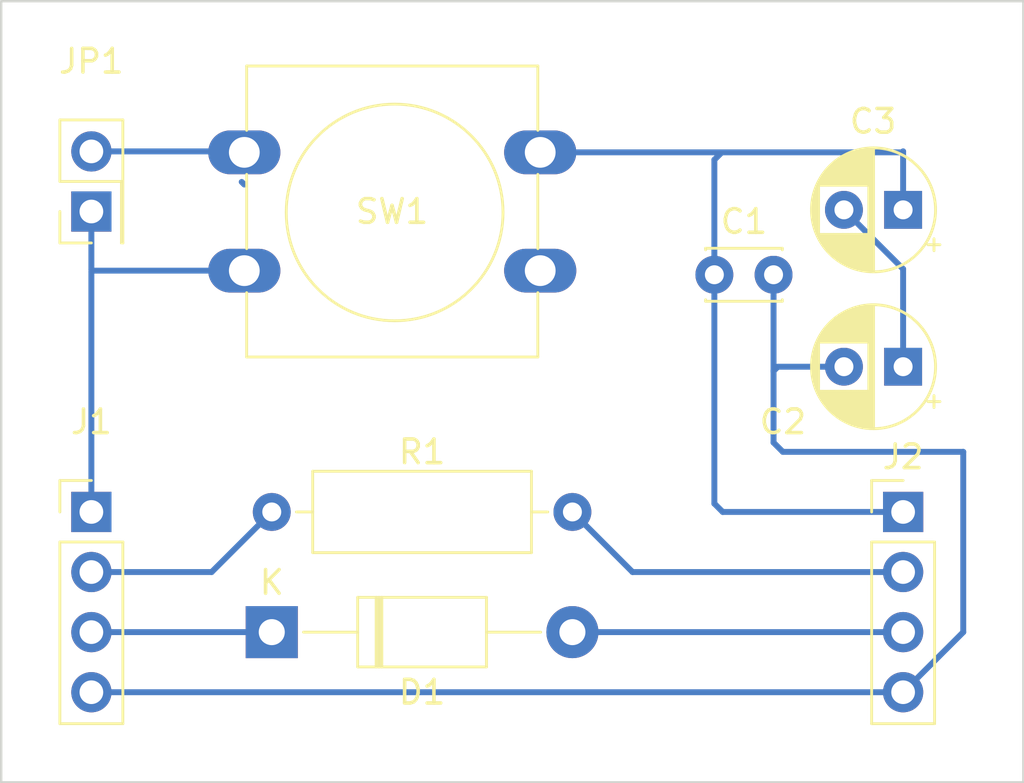
<source format=kicad_pcb>
(kicad_pcb (version 20211014) (generator pcbnew)
  (layers (0 "F.Cu" signal) (31 "B.Cu" signal) (34 "B.Paste" user) (35 "F.Paste" user) (36 "B.SilkS" user "B.Silkscreen") (37 "F.SilkS" user "F.Silkscreen") (38 "B.Mask" user) (39 "F.Mask" user) (44 "Edge.Cuts" user))
  (net 0 "")
  (net 1 "USB TxD")
  (net 2 "MCU RxD")
  (net 3 "USB +5V")
  (net 4 "USB RxD")
  (net 5 "MCU GND")
  (net 6 "MCU +5V")
  (net 7 "MCU TxD")
  (net 8 "Net-(C2-Pad1)")
  (footprint "Connector_PinHeader_2.54mm:PinHeader_1x04_P2.54mm_Vertical" (layer "F.Cu") (at 146.05 86.36)
    (fp_text reference "J2" (at 0 -2.33) (layer "F.SilkS"))
    (fp_text value "Conn_01x04" hide)
    (fp_line (start -1.33 8.95) (end 1.33 8.95) (layer "F.SilkS") (width 0.12))
    (fp_line (start -1.33 -1.33) (end 0 -1.33) (layer "F.SilkS") (width 0.12))
    (fp_line (start -1.33 1.27) (end 1.33 1.27) (layer "F.SilkS") (width 0.12))
    (fp_line (start -1.33 0) (end -1.33 -1.33) (layer "F.SilkS") (width 0.12))
    (fp_line (start 1.33 1.27) (end 1.33 8.95) (layer "F.SilkS") (width 0.12))
    (fp_line (start -1.33 1.27) (end -1.33 8.95) (layer "F.SilkS") (width 0.12))
    (pad "1" thru_hole rect (at 0 0) (size 1.7 1.7) (drill 1) (layers *.Cu *.Mask) (net 6 "MCU +5V"))
    (pad "2" thru_hole oval (at 0 2.54) (size 1.7 1.7) (drill 1) (layers *.Cu *.Mask) (net 7 "MCU TxD"))
    (pad "3" thru_hole oval (at 0 5.08) (size 1.7 1.7) (drill 1) (layers *.Cu *.Mask) (net 2 "MCU RxD"))
    (pad "4" thru_hole oval (at 0 7.62) (size 1.7 1.7) (drill 1) (layers *.Cu *.Mask) (net 5 "MCU GND"))
  )
  (footprint "Connector_PinHeader_2.54mm:PinHeader_2x01_P2.54mm_Vertical" (layer "F.Cu") (at 111.76 73.66 90)
    (fp_text reference "JP1" (at 6.35 0 180) (layer "F.SilkS"))
    (fp_text value "Jumper_2_Open" hide)
    (fp_line (start -1.33 0) (end -1.33 -1.33) (layer "F.SilkS") (width 0.12))
    (fp_line (start 3.87 -1.33) (end 3.87 1.33) (layer "F.SilkS") (width 0.12))
    (fp_line (start -1.33 1.27) (end -1.33 1.33) (layer "F.SilkS") (width 0.12))
    (fp_line (start -1.33 1.33) (end 3.87 1.33) (layer "F.SilkS") (width 0.12))
    (fp_line (start -1.33 -1.33) (end 0 -1.33) (layer "F.SilkS") (width 0.12))
    (fp_line (start 1.27 -1.33) (end 3.87 -1.33) (layer "F.SilkS") (width 0.12))
    (fp_line (start -1.33 1.27) (end 1.27 1.27) (layer "F.SilkS") (width 0.12))
    (fp_line (start 1.27 1.27) (end 1.27 -1.33) (layer "F.SilkS") (width 0.12))
    (pad "1" thru_hole rect (at 0 0 90) (size 1.7 1.7) (drill 1) (layers *.Cu *.Mask) (net 3 "USB +5V"))
    (pad "2" thru_hole oval (at 2.54 0 90) (size 1.7 1.7) (drill 1) (layers *.Cu *.Mask) (net 6 "MCU +5V"))
  )
  (footprint "Capacitor_THT:CP_Radial_D5.0mm_P2.50mm" (layer "F.Cu") (at 146.05 73.59 180)
    (fp_text reference "C3" (at 1.27 3.74) (layer "F.SilkS"))
    (fp_text value "100mF" hide)
    (fp_line (start 2.251 -2.382) (end 2.251 -1.04) (layer "F.SilkS") (width 0.12))
    (fp_line (start 3.611 -1.098) (end 3.611 1.098) (layer "F.SilkS") (width 0.12))
    (fp_line (start 3.171 -1.743) (end 3.171 -1.04) (layer "F.SilkS") (width 0.12))
    (fp_line (start 2.051 -2.455) (end 2.051 -1.04) (layer "F.SilkS") (width 0.12))
    (fp_line (start 2.171 1.04) (end 2.171 2.414) (layer "F.SilkS") (width 0.12))
    (fp_line (start 3.451 1.04) (end 3.451 1.383) (layer "F.SilkS") (width 0.12))
    (fp_line (start 2.291 1.04) (end 2.291 2.365) (layer "F.SilkS") (width 0.12))
    (fp_line (start 2.731 1.04) (end 2.731 2.122) (layer "F.SilkS") (width 0.12))
    (fp_line (start 3.731 -0.805) (end 3.731 0.805) (layer "F.SilkS") (width 0.12))
    (fp_line (start 3.651 -1.011) (end 3.651 1.011) (layer "F.SilkS") (width 0.12))
    (fp_line (start 1.29 -2.58) (end 1.29 2.58) (layer "F.SilkS") (width 0.12))
    (fp_line (start 2.971 1.04) (end 2.971 1.937) (layer "F.SilkS") (width 0.12))
    (fp_line (start 1.69 -2.543) (end 1.69 -1.04) (layer "F.SilkS") (width 0.12))
    (fp_line (start 2.371 -2.329) (end 2.371 -1.04) (layer "F.SilkS") (width 0.12))
    (fp_line (start 1.85 -2.511) (end 1.85 -1.04) (layer "F.SilkS") (width 0.12))
    (fp_line (start 3.811 -0.518) (end 3.811 0.518) (layer "F.SilkS") (width 0.12))
    (fp_line (start 1.25 -2.58) (end 1.25 2.58) (layer "F.SilkS") (width 0.12))
    (fp_line (start 2.331 1.04) (end 2.331 2.348) (layer "F.SilkS") (width 0.12))
    (fp_line (start 1.37 -2.578) (end 1.37 2.578) (layer "F.SilkS") (width 0.12))
    (fp_line (start 3.251 1.04) (end 3.251 1.653) (layer "F.SilkS") (width 0.12))
    (fp_line (start 3.131 1.04) (end 3.131 1.785) (layer "F.SilkS") (width 0.12))
    (fp_line (start 2.651 1.04) (end 2.651 2.175) (layer "F.SilkS") (width 0.12))
    (fp_line (start 3.851 -0.284) (end 3.851 0.284) (layer "F.SilkS") (width 0.12))
    (fp_line (start 2.931 1.04) (end 2.931 1.971) (layer "F.SilkS") (width 0.12))
    (fp_line (start 2.771 1.04) (end 2.771 2.095) (layer "F.SilkS") (width 0.12))
    (fp_line (start 1.971 1.04) (end 1.971 2.48) (layer "F.SilkS") (width 0.12))
    (fp_line (start 3.371 -1.5) (end 3.371 -1.04) (layer "F.SilkS") (width 0.12))
    (fp_line (start 3.091 -1.826) (end 3.091 -1.04) (layer "F.SilkS") (width 0.12))
    (fp_line (start 1.73 1.04) (end 1.73 2.536) (layer "F.SilkS") (width 0.12))
    (fp_line (start 1.45 -2.573) (end 1.45 2.573) (layer "F.SilkS") (width 0.12))
    (fp_line (start 2.491 1.04) (end 2.491 2.268) (layer "F.SilkS") (width 0.12))
    (fp_line (start 3.691 -0.915) (end 3.691 0.915) (layer "F.SilkS") (width 0.12))
    (fp_line (start 3.491 -1.319) (end 3.491 -1.04) (layer "F.SilkS") (width 0.12))
    (fp_line (start 2.971 -1.937) (end 2.971 -1.04) (layer "F.SilkS") (width 0.12))
    (fp_line (start 1.33 -2.579) (end 1.33 2.579) (layer "F.SilkS") (width 0.12))
    (fp_line (start 3.411 1.04) (end 3.411 1.443) (layer "F.SilkS") (width 0.12))
    (fp_line (start 3.011 1.04) (end 3.011 1.901) (layer "F.SilkS") (width 0.12))
    (fp_line (start 1.69 1.04) (end 1.69 2.543) (layer "F.SilkS") (width 0.12))
    (fp_line (start 2.851 1.04) (end 2.851 2.035) (layer "F.SilkS") (width 0.12))
    (fp_line (start 2.571 1.04) (end 2.571 2.224) (layer "F.SilkS") (width 0.12))
    (fp_line (start 3.091 1.04) (end 3.091 1.826) (layer "F.SilkS") (width 0.12))
    (fp_line (start 3.331 -1.554) (end 3.331 -1.04) (layer "F.SilkS") (width 0.12))
    (fp_line (start 2.571 -2.224) (end 2.571 -1.04) (layer "F.SilkS") (width 0.12))
    (fp_line (start -1.304775 -1.725) (end -1.304775 -1.225) (layer "F.SilkS") (width 0.12))
    (fp_line (start 3.171 1.04) (end 3.171 1.743) (layer "F.SilkS") (width 0.12))
    (fp_line (start 1.57 -2.561) (end 1.57 -1.04) (layer "F.SilkS") (width 0.12))
    (fp_line (start 1.81 1.04) (end 1.81 2.52) (layer "F.SilkS") (width 0.12))
    (fp_line (start 1.65 -2.55) (end 1.65 -1.04) (layer "F.SilkS") (width 0.12))
    (fp_line (start 2.611 1.04) (end 2.611 2.2) (layer "F.SilkS") (width 0.12))
    (fp_line (start 3.411 -1.443) (end 3.411 -1.04) (layer "F.SilkS") (width 0.12))
    (fp_line (start 3.211 -1.699) (end 3.211 -1.04) (layer "F.SilkS") (width 0.12))
    (fp_line (start 2.291 -2.365) (end 2.291 -1.04) (layer "F.SilkS") (width 0.12))
    (fp_line (start 2.011 1.04) (end 2.011 2.468) (layer "F.SilkS") (width 0.12))
    (fp_line (start 1.73 -2.536) (end 1.73 -1.04) (layer "F.SilkS") (width 0.12))
    (fp_line (start 2.091 -2.442) (end 2.091 -1.04) (layer "F.SilkS") (width 0.12))
    (fp_line (start 2.131 -2.428) (end 2.131 -1.04) (layer "F.SilkS") (width 0.12))
    (fp_line (start 1.89 -2.501) (end 1.89 -1.04) (layer "F.SilkS") (width 0.12))
    (fp_line (start 2.611 -2.2) (end 2.611 -1.04) (layer "F.SilkS") (width 0.12))
    (fp_line (start 2.891 1.04) (end 2.891 2.004) (layer "F.SilkS") (width 0.12))
    (fp_line (start 2.531 1.04) (end 2.531 2.247) (layer "F.SilkS") (width 0.12))
    (fp_line (start 3.451 -1.383) (end 3.451 -1.04) (layer "F.SilkS") (width 0.12))
    (fp_line (start 1.57 1.04) (end 1.57 2.561) (layer "F.SilkS") (width 0.12))
    (fp_line (start 3.571 -1.178) (end 3.571 1.178) (layer "F.SilkS") (width 0.12))
    (fp_line (start 3.491 1.04) (end 3.491 1.319) (layer "F.SilkS") (width 0.12))
    (fp_line (start 2.531 -2.247) (end 2.531 -1.04) (layer "F.SilkS") (width 0.12))
    (fp_line (start 2.131 1.04) (end 2.131 2.428) (layer "F.SilkS") (width 0.12))
    (fp_line (start 1.85 1.04) (end 1.85 2.511) (layer "F.SilkS") (width 0.12))
    (fp_line (start 2.691 -2.149) (end 2.691 -1.04) (layer "F.SilkS") (width 0.12))
    (fp_line (start 2.211 -2.398) (end 2.211 -1.04) (layer "F.SilkS") (width 0.12))
    (fp_line (start -1.554775 -1.475) (end -1.054775 -1.475) (layer "F.SilkS") (width 0.12))
    (fp_line (start 1.93 1.04) (end 1.93 2.491) (layer "F.SilkS") (width 0.12))
    (fp_line (start 3.211 1.04) (end 3.211 1.699) (layer "F.SilkS") (width 0.12))
    (fp_line (start 1.61 1.04) (end 1.61 2.556) (layer "F.SilkS") (width 0.12))
    (fp_line (start 2.731 -2.122) (end 2.731 -1.04) (layer "F.SilkS") (width 0.12))
    (fp_line (start 3.131 -1.785) (end 3.131 -1.04) (layer "F.SilkS") (width 0.12))
    (fp_line (start 1.81 -2.52) (end 1.81 -1.04) (layer "F.SilkS") (width 0.12))
    (fp_line (start 3.051 1.04) (end 3.051 1.864) (layer "F.SilkS") (width 0.12))
    (fp_line (start 2.891 -2.004) (end 2.891 -1.04) (layer "F.SilkS") (width 0.12))
    (fp_line (start 2.491 -2.268) (end 2.491 -1.04) (layer "F.SilkS") (width 0.12))
    (fp_line (start 3.371 1.04) (end 3.371 1.5) (layer "F.SilkS") (width 0.12))
    (fp_line (start 1.41 -2.576) (end 1.41 2.576) (layer "F.SilkS") (width 0.12))
    (fp_line (start 3.251 -1.653) (end 3.251 -1.04) (layer "F.SilkS") (width 0.12))
    (fp_line (start 2.811 1.04) (end 2.811 2.065) (layer "F.SilkS") (width 0.12))
    (fp_line (start 2.851 -2.035) (end 2.851 -1.04) (layer "F.SilkS") (width 0.12))
    (fp_line (start 1.89 1.04) (end 1.89 2.501) (layer "F.SilkS") (width 0.12))
    (fp_line (start 1.77 1.04) (end 1.77 2.528) (layer "F.SilkS") (width 0.12))
    (fp_line (start 3.291 -1.605) (end 3.291 -1.04) (layer "F.SilkS") (width 0.12))
    (fp_line (start 2.371 1.04) (end 2.371 2.329) (layer "F.SilkS") (width 0.12))
    (fp_line (start 2.251 1.04) (end 2.251 2.382) (layer "F.SilkS") (width 0.12))
    (fp_line (start 3.531 1.04) (end 3.531 1.251) (layer "F.SilkS") (width 0.12))
    (fp_line (start 3.291 1.04) (end 3.291 1.605) (layer "F.SilkS") (width 0.12))
    (fp_line (start 3.331 1.04) (end 3.331 1.554) (layer "F.SilkS") (width 0.12))
    (fp_line (start 3.011 -1.901) (end 3.011 -1.04) (layer "F.SilkS") (width 0.12))
    (fp_line (start 2.691 1.04) (end 2.691 2.149) (layer "F.SilkS") (width 0.12))
    (fp_line (start 1.61 -2.556) (end 1.61 -1.04) (layer "F.SilkS") (width 0.12))
    (fp_line (start 1.53 1.04) (end 1.53 2.565) (layer "F.SilkS") (width 0.12))
    (fp_line (start 2.411 1.04) (end 2.411 2.31) (layer "F.SilkS") (width 0.12))
    (fp_line (start 2.411 -2.31) (end 2.411 -1.04) (layer "F.SilkS") (width 0.12))
    (fp_line (start 1.93 -2.491) (end 1.93 -1.04) (layer "F.SilkS") (width 0.12))
    (fp_line (start 2.651 -2.175) (end 2.651 -1.04) (layer "F.SilkS") (width 0.12))
    (fp_line (start 3.051 -1.864) (end 3.051 -1.04) (layer "F.SilkS") (width 0.12))
    (fp_line (start 2.931 -1.971) (end 2.931 -1.04) (layer "F.SilkS") (width 0.12))
    (fp_line (start 1.65 1.04) (end 1.65 2.55) (layer "F.SilkS") (width 0.12))
    (fp_line (start 1.77 -2.528) (end 1.77 -1.04) (layer "F.SilkS") (width 0.12))
    (fp_line (start 1.49 -2.569) (end 1.49 -1.04) (layer "F.SilkS") (width 0.12))
    (fp_line (start 2.771 -2.095) (end 2.771 -1.04) (layer "F.SilkS") (width 0.12))
    (fp_line (start 3.771 -0.677) (end 3.771 0.677) (layer "F.SilkS") (width 0.12))
    (fp_line (start 2.171 -2.414) (end 2.171 -1.04) (layer "F.SilkS") (width 0.12))
    (fp_line (start 2.211 1.04) (end 2.211 2.398) (layer "F.SilkS") (width 0.12))
    (fp_line (start 2.811 -2.065) (end 2.811 -1.04) (layer "F.SilkS") (width 0.12))
    (fp_line (start 1.49 1.04) (end 1.49 2.569) (layer "F.SilkS") (width 0.12))
    (fp_line (start 1.971 -2.48) (end 1.971 -1.04) (layer "F.SilkS") (width 0.12))
    (fp_line (start 2.091 1.04) (end 2.091 2.442) (layer "F.SilkS") (width 0.12))
    (fp_line (start 2.451 1.04) (end 2.451 2.29) (layer "F.SilkS") (width 0.12))
    (fp_line (start 2.051 1.04) (end 2.051 2.455) (layer "F.SilkS") (width 0.12))
    (fp_line (start 2.011 -2.468) (end 2.011 -1.04) (layer "F.SilkS") (width 0.12))
    (fp_line (start 1.53 -2.565) (end 1.53 -1.04) (layer "F.SilkS") (width 0.12))
    (fp_line (start 2.331 -2.348) (end 2.331 -1.04) (layer "F.SilkS") (width 0.12))
    (fp_line (start 3.531 -1.251) (end 3.531 -1.04) (layer "F.SilkS") (width 0.12))
    (fp_line (start 2.451 -2.29) (end 2.451 -1.04) (layer "F.SilkS") (width 0.12))
    (fp_circle (center 1.25 0) (end 3.87 0) (layer "F.SilkS") (width 0.12) (fill none))
    (pad "1" thru_hole rect (at 0 0 180) (size 1.6 1.6) (drill 0.8) (layers *.Cu *.Mask) (net 6 "MCU +5V"))
    (pad "2" thru_hole circle (at 2.5 0 180) (size 1.6 1.6) (drill 0.8) (layers *.Cu *.Mask) (net 8 "Net-(C2-Pad1)"))
  )
  (footprint "Capacitor_THT:CP_Radial_D5.0mm_P2.50mm" (layer "F.Cu") (at 146.05 80.22 180)
    (fp_text reference "C2" (at 5.08 -2.33) (layer "F.SilkS"))
    (fp_text value "100mF" hide)
    (fp_line (start 2.651 -2.175) (end 2.651 -1.04) (layer "F.SilkS") (width 0.12))
    (fp_line (start 2.611 1.04) (end 2.611 2.2) (layer "F.SilkS") (width 0.12))
    (fp_line (start 1.61 -2.556) (end 1.61 -1.04) (layer "F.SilkS") (width 0.12))
    (fp_line (start 3.491 -1.319) (end 3.491 -1.04) (layer "F.SilkS") (width 0.12))
    (fp_line (start 2.371 -2.329) (end 2.371 -1.04) (layer "F.SilkS") (width 0.12))
    (fp_line (start 3.011 1.04) (end 3.011 1.901) (layer "F.SilkS") (width 0.12))
    (fp_line (start 2.691 1.04) (end 2.691 2.149) (layer "F.SilkS") (width 0.12))
    (fp_line (start 2.291 1.04) (end 2.291 2.365) (layer "F.SilkS") (width 0.12))
    (fp_line (start 3.611 -1.098) (end 3.611 1.098) (layer "F.SilkS") (width 0.12))
    (fp_line (start 1.69 1.04) (end 1.69 2.543) (layer "F.SilkS") (width 0.12))
    (fp_line (start 3.771 -0.677) (end 3.771 0.677) (layer "F.SilkS") (width 0.12))
    (fp_line (start 1.81 -2.52) (end 1.81 -1.04) (layer "F.SilkS") (width 0.12))
    (fp_line (start 2.051 -2.455) (end 2.051 -1.04) (layer "F.SilkS") (width 0.12))
    (fp_line (start 2.451 -2.29) (end 2.451 -1.04) (layer "F.SilkS") (width 0.12))
    (fp_line (start 1.85 -2.511) (end 1.85 -1.04) (layer "F.SilkS") (width 0.12))
    (fp_line (start 2.771 1.04) (end 2.771 2.095) (layer "F.SilkS") (width 0.12))
    (fp_line (start 2.731 1.04) (end 2.731 2.122) (layer "F.SilkS") (width 0.12))
    (fp_line (start 1.971 -2.48) (end 1.971 -1.04) (layer "F.SilkS") (width 0.12))
    (fp_line (start 1.81 1.04) (end 1.81 2.52) (layer "F.SilkS") (width 0.12))
    (fp_line (start 2.091 -2.442) (end 2.091 -1.04) (layer "F.SilkS") (width 0.12))
    (fp_line (start 3.171 -1.743) (end 3.171 -1.04) (layer "F.SilkS") (width 0.12))
    (fp_line (start 1.53 1.04) (end 1.53 2.565) (layer "F.SilkS") (width 0.12))
    (fp_line (start 3.131 1.04) (end 3.131 1.785) (layer "F.SilkS") (width 0.12))
    (fp_line (start 2.451 1.04) (end 2.451 2.29) (layer "F.SilkS") (width 0.12))
    (fp_line (start 2.291 -2.365) (end 2.291 -1.04) (layer "F.SilkS") (width 0.12))
    (fp_line (start 2.331 -2.348) (end 2.331 -1.04) (layer "F.SilkS") (width 0.12))
    (fp_line (start 2.211 -2.398) (end 2.211 -1.04) (layer "F.SilkS") (width 0.12))
    (fp_line (start 1.41 -2.576) (end 1.41 2.576) (layer "F.SilkS") (width 0.12))
    (fp_line (start 2.731 -2.122) (end 2.731 -1.04) (layer "F.SilkS") (width 0.12))
    (fp_line (start 1.49 -2.569) (end 1.49 -1.04) (layer "F.SilkS") (width 0.12))
    (fp_line (start 1.57 -2.561) (end 1.57 -1.04) (layer "F.SilkS") (width 0.12))
    (fp_line (start 3.451 -1.383) (end 3.451 -1.04) (layer "F.SilkS") (width 0.12))
    (fp_line (start -1.304775 -1.725) (end -1.304775 -1.225) (layer "F.SilkS") (width 0.12))
    (fp_line (start 3.171 1.04) (end 3.171 1.743) (layer "F.SilkS") (width 0.12))
    (fp_line (start 3.371 -1.5) (end 3.371 -1.04) (layer "F.SilkS") (width 0.12))
    (fp_line (start 2.651 1.04) (end 2.651 2.175) (layer "F.SilkS") (width 0.12))
    (fp_line (start 3.851 -0.284) (end 3.851 0.284) (layer "F.SilkS") (width 0.12))
    (fp_line (start 2.571 -2.224) (end 2.571 -1.04) (layer "F.SilkS") (width 0.12))
    (fp_line (start 2.811 1.04) (end 2.811 2.065) (layer "F.SilkS") (width 0.12))
    (fp_line (start 2.771 -2.095) (end 2.771 -1.04) (layer "F.SilkS") (width 0.12))
    (fp_line (start 1.93 1.04) (end 1.93 2.491) (layer "F.SilkS") (width 0.12))
    (fp_line (start 2.131 -2.428) (end 2.131 -1.04) (layer "F.SilkS") (width 0.12))
    (fp_line (start 3.411 1.04) (end 3.411 1.443) (layer "F.SilkS") (width 0.12))
    (fp_line (start 3.411 -1.443) (end 3.411 -1.04) (layer "F.SilkS") (width 0.12))
    (fp_line (start 3.331 -1.554) (end 3.331 -1.04) (layer "F.SilkS") (width 0.12))
    (fp_line (start 2.411 1.04) (end 2.411 2.31) (layer "F.SilkS") (width 0.12))
    (fp_line (start 3.211 1.04) (end 3.211 1.699) (layer "F.SilkS") (width 0.12))
    (fp_line (start 1.49 1.04) (end 1.49 2.569) (layer "F.SilkS") (width 0.12))
    (fp_line (start 2.411 -2.31) (end 2.411 -1.04) (layer "F.SilkS") (width 0.12))
    (fp_line (start 1.89 -2.501) (end 1.89 -1.04) (layer "F.SilkS") (width 0.12))
    (fp_line (start 1.61 1.04) (end 1.61 2.556) (layer "F.SilkS") (width 0.12))
    (fp_line (start 2.491 1.04) (end 2.491 2.268) (layer "F.SilkS") (width 0.12))
    (fp_line (start 3.731 -0.805) (end 3.731 0.805) (layer "F.SilkS") (width 0.12))
    (fp_line (start 2.131 1.04) (end 2.131 2.428) (layer "F.SilkS") (width 0.12))
    (fp_line (start 2.371 1.04) (end 2.371 2.329) (layer "F.SilkS") (width 0.12))
    (fp_line (start 3.571 -1.178) (end 3.571 1.178) (layer "F.SilkS") (width 0.12))
    (fp_line (start 3.531 -1.251) (end 3.531 -1.04) (layer "F.SilkS") (width 0.12))
    (fp_line (start 3.051 1.04) (end 3.051 1.864) (layer "F.SilkS") (width 0.12))
    (fp_line (start -1.554775 -1.475) (end -1.054775 -1.475) (layer "F.SilkS") (width 0.12))
    (fp_line (start 2.891 -2.004) (end 2.891 -1.04) (layer "F.SilkS") (width 0.12))
    (fp_line (start 2.811 -2.065) (end 2.811 -1.04) (layer "F.SilkS") (width 0.12))
    (fp_line (start 2.491 -2.268) (end 2.491 -1.04) (layer "F.SilkS") (width 0.12))
    (fp_line (start 2.251 1.04) (end 2.251 2.382) (layer "F.SilkS") (width 0.12))
    (fp_line (start 3.371 1.04) (end 3.371 1.5) (layer "F.SilkS") (width 0.12))
    (fp_line (start 1.65 1.04) (end 1.65 2.55) (layer "F.SilkS") (width 0.12))
    (fp_line (start 3.691 -0.915) (end 3.691 0.915) (layer "F.SilkS") (width 0.12))
    (fp_line (start 2.931 -1.971) (end 2.931 -1.04) (layer "F.SilkS") (width 0.12))
    (fp_line (start 2.891 1.04) (end 2.891 2.004) (layer "F.SilkS") (width 0.12))
    (fp_line (start 2.331 1.04) (end 2.331 2.348) (layer "F.SilkS") (width 0.12))
    (fp_line (start 1.89 1.04) (end 1.89 2.501) (layer "F.SilkS") (width 0.12))
    (fp_line (start 1.93 -2.491) (end 1.93 -1.04) (layer "F.SilkS") (width 0.12))
    (fp_line (start 2.531 1.04) (end 2.531 2.247) (layer "F.SilkS") (width 0.12))
    (fp_line (start 1.53 -2.565) (end 1.53 -1.04) (layer "F.SilkS") (width 0.12))
    (fp_line (start 2.851 -2.035) (end 2.851 -1.04) (layer "F.SilkS") (width 0.12))
    (fp_line (start 2.211 1.04) (end 2.211 2.398) (layer "F.SilkS") (width 0.12))
    (fp_line (start 1.73 1.04) (end 1.73 2.536) (layer "F.SilkS") (width 0.12))
    (fp_line (start 2.931 1.04) (end 2.931 1.971) (layer "F.SilkS") (width 0.12))
    (fp_line (start 1.73 -2.536) (end 1.73 -1.04) (layer "F.SilkS") (width 0.12))
    (fp_line (start 1.971 1.04) (end 1.971 2.48) (layer "F.SilkS") (width 0.12))
    (fp_line (start 2.851 1.04) (end 2.851 2.035) (layer "F.SilkS") (width 0.12))
    (fp_line (start 3.291 1.04) (end 3.291 1.605) (layer "F.SilkS") (width 0.12))
    (fp_line (start 2.971 1.04) (end 2.971 1.937) (layer "F.SilkS") (width 0.12))
    (fp_line (start 1.37 -2.578) (end 1.37 2.578) (layer "F.SilkS") (width 0.12))
    (fp_line (start 2.091 1.04) (end 2.091 2.442) (layer "F.SilkS") (width 0.12))
    (fp_line (start 2.251 -2.382) (end 2.251 -1.04) (layer "F.SilkS") (width 0.12))
    (fp_line (start 3.211 -1.699) (end 3.211 -1.04) (layer "F.SilkS") (width 0.12))
    (fp_line (start 1.45 -2.573) (end 1.45 2.573) (layer "F.SilkS") (width 0.12))
    (fp_line (start 2.691 -2.149) (end 2.691 -1.04) (layer "F.SilkS") (width 0.12))
    (fp_line (start 1.25 -2.58) (end 1.25 2.58) (layer "F.SilkS") (width 0.12))
    (fp_line (start 3.651 -1.011) (end 3.651 1.011) (layer "F.SilkS") (width 0.12))
    (fp_line (start 2.011 1.04) (end 2.011 2.468) (layer "F.SilkS") (width 0.12))
    (fp_line (start 2.971 -1.937) (end 2.971 -1.04) (layer "F.SilkS") (width 0.12))
    (fp_line (start 2.011 -2.468) (end 2.011 -1.04) (layer "F.SilkS") (width 0.12))
    (fp_line (start 1.57 1.04) (end 1.57 2.561) (layer "F.SilkS") (width 0.12))
    (fp_line (start 1.65 -2.55) (end 1.65 -1.04) (layer "F.SilkS") (width 0.12))
    (fp_line (start 2.051 1.04) (end 2.051 2.455) (layer "F.SilkS") (width 0.12))
    (fp_line (start 2.171 -2.414) (end 2.171 -1.04) (layer "F.SilkS") (width 0.12))
    (fp_line (start 1.85 1.04) (end 1.85 2.511) (layer "F.SilkS") (width 0.12))
    (fp_line (start 3.811 -0.518) (end 3.811 0.518) (layer "F.SilkS") (width 0.12))
    (fp_line (start 1.29 -2.58) (end 1.29 2.58) (layer "F.SilkS") (width 0.12))
    (fp_line (start 3.051 -1.864) (end 3.051 -1.04) (layer "F.SilkS") (width 0.12))
    (fp_line (start 3.251 1.04) (end 3.251 1.653) (layer "F.SilkS") (width 0.12))
    (fp_line (start 1.69 -2.543) (end 1.69 -1.04) (layer "F.SilkS") (width 0.12))
    (fp_line (start 2.571 1.04) (end 2.571 2.224) (layer "F.SilkS") (width 0.12))
    (fp_line (start 3.011 -1.901) (end 3.011 -1.04) (layer "F.SilkS") (width 0.12))
    (fp_line (start 1.33 -2.579) (end 1.33 2.579) (layer "F.SilkS") (width 0.12))
    (fp_line (start 2.611 -2.2) (end 2.611 -1.04) (layer "F.SilkS") (width 0.12))
    (fp_line (start 3.091 -1.826) (end 3.091 -1.04) (layer "F.SilkS") (width 0.12))
    (fp_line (start 1.77 -2.528) (end 1.77 -1.04) (layer "F.SilkS") (width 0.12))
    (fp_line (start 3.291 -1.605) (end 3.291 -1.04) (layer "F.SilkS") (width 0.12))
    (fp_line (start 3.131 -1.785) (end 3.131 -1.04) (layer "F.SilkS") (width 0.12))
    (fp_line (start 3.451 1.04) (end 3.451 1.383) (layer "F.SilkS") (width 0.12))
    (fp_line (start 3.251 -1.653) (end 3.251 -1.04) (layer "F.SilkS") (width 0.12))
    (fp_line (start 3.091 1.04) (end 3.091 1.826) (layer "F.SilkS") (width 0.12))
    (fp_line (start 3.491 1.04) (end 3.491 1.319) (layer "F.SilkS") (width 0.12))
    (fp_line (start 2.531 -2.247) (end 2.531 -1.04) (layer "F.SilkS") (width 0.12))
    (fp_line (start 3.531 1.04) (end 3.531 1.251) (layer "F.SilkS") (width 0.12))
    (fp_line (start 2.171 1.04) (end 2.171 2.414) (layer "F.SilkS") (width 0.12))
    (fp_line (start 1.77 1.04) (end 1.77 2.528) (layer "F.SilkS") (width 0.12))
    (fp_line (start 3.331 1.04) (end 3.331 1.554) (layer "F.SilkS") (width 0.12))
    (fp_circle (center 1.25 0) (end 3.87 0) (layer "F.SilkS") (width 0.12) (fill none))
    (pad "1" thru_hole rect (at 0 0 180) (size 1.6 1.6) (drill 0.8) (layers *.Cu *.Mask) (net 8 "Net-(C2-Pad1)"))
    (pad "2" thru_hole circle (at 2.5 0 180) (size 1.6 1.6) (drill 0.8) (layers *.Cu *.Mask) (net 5 "MCU GND"))
  )
  (footprint "Capacitor_THT:C_Disc_D3.0mm_W2.0mm_P2.50mm" (layer "F.Cu") (at 138.0765 76.3335)
    (fp_text reference "C1" (at 1.25 -2.25) (layer "F.SilkS"))
    (fp_text value "0.1mF" hide)
    (fp_line (start -0.37 1.055) (end -0.37 1.12) (layer "F.SilkS") (width 0.12))
    (fp_line (start -0.37 -1.12) (end -0.37 -1.055) (layer "F.SilkS") (width 0.12))
    (fp_line (start -0.37 1.12) (end 2.87 1.12) (layer "F.SilkS") (width 0.12))
    (fp_line (start 2.87 1.055) (end 2.87 1.12) (layer "F.SilkS") (width 0.12))
    (fp_line (start -0.37 -1.12) (end 2.87 -1.12) (layer "F.SilkS") (width 0.12))
    (fp_line (start 2.87 -1.12) (end 2.87 -1.055) (layer "F.SilkS") (width 0.12))
    (pad "1" thru_hole circle (at 0 0) (size 1.6 1.6) (drill 0.8) (layers *.Cu *.Mask) (net 6 "MCU +5V"))
    (pad "2" thru_hole circle (at 2.5 0) (size 1.6 1.6) (drill 0.8) (layers *.Cu *.Mask) (net 5 "MCU GND"))
  )
  (footprint "Button_Switch_THT:SW_PUSH-12mm" (layer "F.Cu") (at 118.22 71.16)
    (fp_text reference "SW1" (at 6.24 2.5) (layer "F.SilkS"))
    (fp_text value "SW_Push" hide)
    (fp_line (start 12.4 8.65) (end 0.1 8.65) (layer "F.SilkS") (width 0.12))
    (fp_line (start 12.4 0.93) (end 12.4 4.07) (layer "F.SilkS") (width 0.12))
    (fp_line (start 12.4 -3.65) (end 12.4 -0.93) (layer "F.SilkS") (width 0.12))
    (fp_line (start 0.1 4.07) (end 0.1 0.93) (layer "F.SilkS") (width 0.12))
    (fp_line (start 0.1 -0.93) (end 0.1 -3.65) (layer "F.SilkS") (width 0.12))
    (fp_line (start 0.1 -3.65) (end 12.4 -3.65) (layer "F.SilkS") (width 0.12))
    (fp_line (start 0.1 8.65) (end 0.1 5.93) (layer "F.SilkS") (width 0.12))
    (fp_line (start 12.4 5.93) (end 12.4 8.65) (layer "F.SilkS") (width 0.12))
    (fp_circle (center 6.35 2.54) (end 10.16 5.08) (layer "F.SilkS") (width 0.12) (fill none))
    (pad "1" thru_hole oval (at 12.5 0) (size 3.048 1.85) (drill 1.3) (layers *.Cu *.Mask) (net 6 "MCU +5V"))
    (pad "1" thru_hole oval (at 0 0) (size 3.048 1.85) (drill 1.3) (layers *.Cu *.Mask) (net 6 "MCU +5V"))
    (pad "2" thru_hole oval (at 12.5 5) (size 3.048 1.85) (drill 1.3) (layers *.Cu *.Mask) (net 3 "USB +5V"))
    (pad "2" thru_hole oval (at 0 5) (size 3.048 1.85) (drill 1.3) (layers *.Cu *.Mask) (net 3 "USB +5V"))
  )
  (footprint "Connector_PinHeader_2.54mm:PinHeader_1x04_P2.54mm_Vertical" (layer "F.Cu") (at 111.76 86.36)
    (fp_text reference "J1" (at 0 -3.81) (layer "F.SilkS"))
    (fp_text value "Conn_01x04" hide)
    (fp_line (start -1.33 -1.33) (end 0 -1.33) (layer "F.SilkS") (width 0.12))
    (fp_line (start -1.33 0) (end -1.33 -1.33) (layer "F.SilkS") (width 0.12))
    (fp_line (start 1.33 1.27) (end 1.33 8.95) (layer "F.SilkS") (width 0.12))
    (fp_line (start -1.33 1.27) (end 1.33 1.27) (layer "F.SilkS") (width 0.12))
    (fp_line (start -1.33 1.27) (end -1.33 8.95) (layer "F.SilkS") (width 0.12))
    (fp_line (start -1.33 8.95) (end 1.33 8.95) (layer "F.SilkS") (width 0.12))
    (pad "1" thru_hole rect (at 0 0) (size 1.7 1.7) (drill 1) (layers *.Cu *.Mask) (net 3 "USB +5V"))
    (pad "2" thru_hole oval (at 0 2.54) (size 1.7 1.7) (drill 1) (layers *.Cu *.Mask) (net 4 "USB RxD"))
    (pad "3" thru_hole oval (at 0 5.08) (size 1.7 1.7) (drill 1) (layers *.Cu *.Mask) (net 1 "USB TxD"))
    (pad "4" thru_hole oval (at 0 7.62) (size 1.7 1.7) (drill 1) (layers *.Cu *.Mask) (net 5 "MCU GND"))
  )
  (footprint "Resistor_THT:R_Axial_DIN0309_L9.0mm_D3.2mm_P12.70mm_Horizontal" (layer "F.Cu") (at 132.08 86.36 180)
    (fp_text reference "R1" (at 6.35 2.54) (layer "F.SilkS"))
    (fp_text value "300" hide)
    (fp_line (start 10.97 1.72) (end 10.97 -1.72) (layer "F.SilkS") (width 0.12))
    (fp_line (start 1.04 0) (end 1.73 0) (layer "F.SilkS") (width 0.12))
    (fp_line (start 1.73 -1.72) (end 1.73 1.72) (layer "F.SilkS") (width 0.12))
    (fp_line (start 10.97 -1.72) (end 1.73 -1.72) (layer "F.SilkS") (width 0.12))
    (fp_line (start 11.66 0) (end 10.97 0) (layer "F.SilkS") (width 0.12))
    (fp_line (start 1.73 1.72) (end 10.97 1.72) (layer "F.SilkS") (width 0.12))
    (pad "1" thru_hole circle (at 0 0 180) (size 1.6 1.6) (drill 0.8) (layers *.Cu *.Mask) (net 7 "MCU TxD"))
    (pad "2" thru_hole oval (at 12.7 0 180) (size 1.6 1.6) (drill 0.8) (layers *.Cu *.Mask) (net 4 "USB RxD"))
  )
  (footprint "Diode_THT:D_DO-41_SOD81_P12.70mm_Horizontal" (layer "F.Cu") (at 119.38 91.44)
    (fp_text reference "D1" (at 6.35 2.54) (layer "F.SilkS"))
    (fp_text value "IN4007" hide)
    (fp_text user "K" (at 0 -2.1) (layer "F.SilkS"))
    (fp_line (start 4.41 -1.47) (end 4.41 1.47) (layer "F.SilkS") (width 0.12))
    (fp_line (start 3.63 -1.47) (end 3.63 1.47) (layer "F.SilkS") (width 0.12))
    (fp_line (start 3.63 1.47) (end 9.07 1.47) (layer "F.SilkS") (width 0.12))
    (fp_line (start 4.65 -1.47) (end 4.65 1.47) (layer "F.SilkS") (width 0.12))
    (fp_line (start 9.07 -1.47) (end 3.63 -1.47) (layer "F.SilkS") (width 0.12))
    (fp_line (start 1.34 0) (end 3.63 0) (layer "F.SilkS") (width 0.12))
    (fp_line (start 9.07 1.47) (end 9.07 -1.47) (layer "F.SilkS") (width 0.12))
    (fp_line (start 11.36 0) (end 9.07 0) (layer "F.SilkS") (width 0.12))
    (fp_line (start 4.53 -1.47) (end 4.53 1.47) (layer "F.SilkS") (width 0.12))
    (pad "1" thru_hole rect (at 0 0) (size 2.2 2.2) (drill 1.1) (layers *.Cu *.Mask) (net 1 "USB TxD"))
    (pad "2" thru_hole oval (at 12.7 0) (size 2.2 2.2) (drill 1.1) (layers *.Cu *.Mask) (net 2 "MCU RxD"))
  )
  (gr_rect (start 107.95 64.77) (end 151.13 97.79) (layer "Edge.Cuts") (width 0.1) (fill none))
  (segment (start 119.38 91.44) (end 111.76 91.44) (width 0.25) (layer "B.Cu") (net 1))
  (segment (start 146.05 91.44) (end 132.08 91.44) (width 0.25) (layer "B.Cu") (net 2))
  (segment (start 111.76 76.2) (end 111.8 76.16) (width 0.25) (layer "B.Cu") (net 3))
  (segment (start 118.22 72.52) (end 118.11 72.41) (width 0.25) (layer "B.Cu") (net 3))
  (segment (start 111.76 76.12) (end 111.76 73.66) (width 0.25) (layer "B.Cu") (net 3))
  (segment (start 111.76 86.36) (end 111.76 76.2) (width 0.25) (layer "B.Cu") (net 3))
  (segment (start 111.8 76.16) (end 111.76 76.12) (width 0.25) (layer "B.Cu") (net 3))
  (segment (start 118.22 76.16) (end 111.8 76.16) (width 0.25) (layer "B.Cu") (net 3))
  (segment (start 116.84 88.9) (end 119.38 86.36) (width 0.25) (layer "B.Cu") (net 4))
  (segment (start 111.76 88.9) (end 116.84 88.9) (width 0.25) (layer "B.Cu") (net 4))
  (segment (start 146.05 93.98) (end 148.59 91.44) (width 0.25) (layer "B.Cu") (net 5))
  (segment (start 140.5765 83.4265) (end 140.5765 80.4035) (width 0.25) (layer "B.Cu") (net 5))
  (segment (start 140.5765 80.4035) (end 140.5765 76.3335) (width 0.25) (layer "B.Cu") (net 5))
  (segment (start 140.97 83.82) (end 140.5765 83.4265) (width 0.25) (layer "B.Cu") (net 5))
  (segment (start 143.55 80.22) (end 140.76 80.22) (width 0.25) (layer "B.Cu") (net 5))
  (segment (start 146.05 93.98) (end 111.76 93.98) (width 0.25) (layer "B.Cu") (net 5))
  (segment (start 148.59 91.44) (end 148.59 83.82) (width 0.25) (layer "B.Cu") (net 5))
  (segment (start 148.59 83.82) (end 140.97 83.82) (width 0.25) (layer "B.Cu") (net 5))
  (segment (start 140.76 80.22) (end 140.5765 80.4035) (width 0.25) (layer "B.Cu") (net 5))
  (segment (start 146.05 71.12) (end 146.05 73.59) (width 0.25) (layer "B.Cu") (net 6))
  (segment (start 111.76 71.12) (end 118.18 71.12) (width 0.25) (layer "B.Cu") (net 6))
  (segment (start 130.72 71.16) (end 138.39 71.16) (width 0.25) (layer "B.Cu") (net 6))
  (segment (start 146.01 71.16) (end 146.05 71.12) (width 0.25) (layer "B.Cu") (net 6))
  (segment (start 138.39 71.16) (end 146.01 71.16) (width 0.25) (layer "B.Cu") (net 6))
  (segment (start 138.43 86.36) (end 146.05 86.36) (width 0.25) (layer "B.Cu") (net 6))
  (segment (start 138.0765 86.0065) (end 138.43 86.36) (width 0.25) (layer "B.Cu") (net 6))
  (segment (start 138.0765 76.3335) (end 138.0765 71.4735) (width 0.25) (layer "B.Cu") (net 6))
  (segment (start 138.0765 86.0065) (end 138.0765 76.3335) (width 0.25) (layer "B.Cu") (net 6))
  (segment (start 118.18 71.12) (end 118.22 71.16) (width 0.25) (layer "B.Cu") (net 6))
  (segment (start 138.0765 71.4735) (end 138.39 71.16) (width 0.25) (layer "B.Cu") (net 6))
  (segment (start 134.62 88.9) (end 132.08 86.36) (width 0.25) (layer "B.Cu") (net 7))
  (segment (start 146.05 88.9) (end 134.62 88.9) (width 0.25) (layer "B.Cu") (net 7))
  (segment (start 146.05 76.09) (end 143.55 73.59) (width 0.25) (layer "B.Cu") (net 8))
  (segment (start 146.05 80.22) (end 146.05 76.09) (width 0.25) (layer "B.Cu") (net 8))
)
</source>
